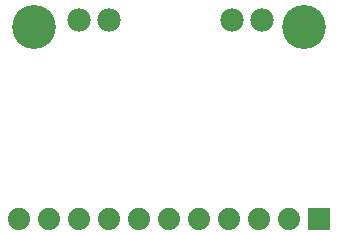
<source format=gbr>
G04 EAGLE Gerber RS-274X export*
G75*
%MOMM*%
%FSLAX34Y34*%
%LPD*%
%INSoldermask Bottom*%
%IPPOS*%
%AMOC8*
5,1,8,0,0,1.08239X$1,22.5*%
G01*
%ADD10C,3.719200*%
%ADD11R,1.879600X1.879600*%
%ADD12C,1.879600*%
%ADD13C,1.981200*%


D10*
X25400Y184150D03*
X254000Y184150D03*
D11*
X266700Y21590D03*
D12*
X241300Y21590D03*
X215900Y21590D03*
X190500Y21590D03*
X165100Y21590D03*
X139700Y21590D03*
X114300Y21590D03*
X88900Y21590D03*
X63500Y21590D03*
X38100Y21590D03*
X12700Y21590D03*
D13*
X218440Y190500D03*
X193040Y190500D03*
X63500Y190500D03*
X88900Y190500D03*
M02*

</source>
